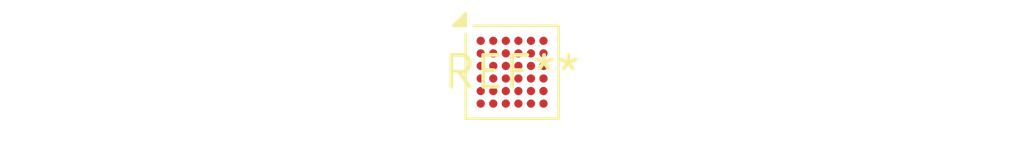
<source format=kicad_pcb>
(kicad_pcb (version 20240108) (generator pcbnew)
  (layers (0 "F.Cu" signal) (31 "B.Cu" signal) (34 "B.Paste" user) (35 "F.Paste" user) (36 "B.SilkS" user "B.Silkscreen") (37 "F.SilkS" user "F.Silkscreen") (38 "B.Mask" user) (39 "F.Mask" user) (44 "Edge.Cuts" user))
  (net 0 "")
  (footprint "XFBGA-36_3.5x3.5mm_Layout6x6_P0.5mm" (layer "F.Cu") (at 0 0)
    (property "Reference" "REF**")
    (property "Value" "XFBGA-36_3.5x3.5mm_Layout6x6_P0.5mm")
    (fp_line (start -1.85 1.85) (end -1.85 -1.53) (layer "F.SilkS") (stroke (width 0.1)))
    (fp_line (start -1.85 1.85) (end 1.85 1.85) (layer "F.SilkS") (stroke (width 0.1)))
    (fp_line (start -1.53 -1.85) (end 1.85 -1.85) (layer "F.SilkS") (stroke (width 0.1)))
    (fp_line (start 1.85 1.85) (end 1.85 -1.85) (layer "F.SilkS") (stroke (width 0.1)))
    (fp_poly (pts (xy -1.85 -1.85) (xy -2.35 -1.85) (xy -1.85 -2.35) (xy -1.85 -1.85)) (layer "F.SilkS") (stroke (width 0.12)) (fill solid))
    (pad "A1" smd circle (at -1.25 -1.25) (size 0.33 0.33) (property pad_prop_bga) (layers "F.Cu" "F.Paste" "F.Mask"))
    (pad "A2" smd circle (at -0.75 -1.25) (size 0.33 0.33) (property pad_prop_bga) (layers "F.Cu" "F.Paste" "F.Mask"))
    (pad "A3" smd circle (at -0.25 -1.25) (size 0.33 0.33) (property pad_prop_bga) (layers "F.Cu" "F.Paste" "F.Mask"))
    (pad "A4" smd circle (at 0.25 -1.25) (size 0.33 0.33) (property pad_prop_bga) (layers "F.Cu" "F.Paste" "F.Mask"))
    (pad "A5" smd circle (at 0.75 -1.25) (size 0.33 0.33) (property pad_prop_bga) (layers "F.Cu" "F.Paste" "F.Mask"))
    (pad "A6" smd circle (at 1.25 -1.25) (size 0.33 0.33) (property pad_prop_bga) (layers "F.Cu" "F.Paste" "F.Mask"))
    (pad "B1" smd circle (at -1.25 -0.75) (size 0.33 0.33) (property pad_prop_bga) (layers "F.Cu" "F.Paste" "F.Mask"))
    (pad "B2" smd circle (at -0.75 -0.75) (size 0.33 0.33) (property pad_prop_bga) (layers "F.Cu" "F.Paste" "F.Mask"))
    (pad "B3" smd circle (at -0.25 -0.75) (size 0.33 0.33) (property pad_prop_bga) (layers "F.Cu" "F.Paste" "F.Mask"))
    (pad "B4" smd circle (at 0.25 -0.75) (size 0.33 0.33) (property pad_prop_bga) (layers "F.Cu" "F.Paste" "F.Mask"))
    (pad "B5" smd circle (at 0.75 -0.75) (size 0.33 0.33) (property pad_prop_bga) (layers "F.Cu" "F.Paste" "F.Mask"))
    (pad "B6" smd circle (at 1.25 -0.75) (size 0.33 0.33) (property pad_prop_bga) (layers "F.Cu" "F.Paste" "F.Mask"))
    (pad "C1" smd circle (at -1.25 -0.25) (size 0.33 0.33) (property pad_prop_bga) (layers "F.Cu" "F.Paste" "F.Mask"))
    (pad "C2" smd circle (at -0.75 -0.25) (size 0.33 0.33) (property pad_prop_bga) (layers "F.Cu" "F.Paste" "F.Mask"))
    (pad "C3" smd circle (at -0.25 -0.25) (size 0.33 0.33) (property pad_prop_bga) (layers "F.Cu" "F.Paste" "F.Mask"))
    (pad "C4" smd circle (at 0.25 -0.25) (size 0.33 0.33) (property pad_prop_bga) (layers "F.Cu" "F.Paste" "F.Mask"))
    (pad "C5" smd circle (at 0.75 -0.25) (size 0.33 0.33) (property pad_prop_bga) (layers "F.Cu" "F.Paste" "F.Mask"))
    (pad "C6" smd circle (at 1.25 -0.25) (size 0.33 0.33) (property pad_prop_bga) (layers "F.Cu" "F.Paste" "F.Mask"))
    (pad "D1" smd circle (at -1.25 0.25) (size 0.33 0.33) (property pad_prop_bga) (layers "F.Cu" "F.Paste" "F.Mask"))
    (pad "D2" smd circle (at -0.75 0.25) (size 0.33 0.33) (property pad_prop_bga) (layers "F.Cu" "F.Paste" "F.Mask"))
    (pad "D3" smd circle (at -0.25 0.25) (size 0.33 0.33) (property pad_prop_bga) (layers "F.Cu" "F.Paste" "F.Mask"))
    (pad "D4" smd circle (at 0.25 0.25) (size 0.33 0.33) (property pad_prop_bga) (layers "F.Cu" "F.Paste" "F.Mask"))
    (pad "D5" smd circle (at 0.75 0.25) (size 0.33 0.33) (property pad_prop_bga) (layers "F.Cu" "F.Paste" "F.Mask"))
    (pad "D6" smd circle (at 1.25 0.25) (size 0.33 0.33) (property pad_prop_bga) (layers "F.Cu" "F.Paste" "F.Mask"))
    (pad "E1" smd circle (at -1.25 0.75) (size 0.33 0.33) (property pad_prop_bga) (layers "F.Cu" "F.Paste" "F.Mask"))
    (pad "E2" smd circle (at -0.75 0.75) (size 0.33 0.33) (property pad_prop_bga) (layers "F.Cu" "F.Paste" "F.Mask"))
    (pad "E3" smd circle (at -0.25 0.75) (size 0.33 0.33) (property pad_prop_bga) (layers "F.Cu" "F.Paste" "F.Mask"))
    (pad "E4" smd circle (at 0.25 0.75) (size 0.33 0.33) (property pad_prop_bga) (layers "F.Cu" "F.Paste" "F.Mask"))
    (pad "E5" smd circle (at 0.75 0.75) (size 0.33 0.33) (property pad_prop_bga) (layers "F.Cu" "F.Paste" "F.Mask"))
    (pad "E6" smd circle (at 1.25 0.75) (size 0.33 0.33) (property pad_prop_bga) (layers "F.Cu" "F.Paste" "F.Mask"))
    (pad "F1" smd circle (at -1.25 1.25) (size 0.33 0.33) (property pad_prop_bga) (layers "F.Cu" "F.Paste" "F.Mask"))
    (pad "F2" smd circle (at -0.75 1.25) (size 0.33 0.33) (property pad_prop_bga) (layers "F.Cu" "F.Paste" "F.Mask"))
    (pad "F3" smd circle (at -0.25 1.25) (size 0.33 0.33) (property pad_prop_bga) (layers "F.Cu" "F.Paste" "F.Mask"))
    (pad "F4" smd circle (at 0.25 1.25) (size 0.33 0.33) (property pad_prop_bga) (layers "F.Cu" "F.Paste" "F.Mask"))
    (pad "F5" smd circle (at 0.75 1.25) (size 0.33 0.33) (property pad_prop_bga) (layers "F.Cu" "F.Paste" "F.Mask"))
    (pad "F6" smd circle (at 1.25 1.25) (size 0.33 0.33) (property pad_prop_bga) (layers "F.Cu" "F.Paste" "F.Mask"))
  )
)
</source>
